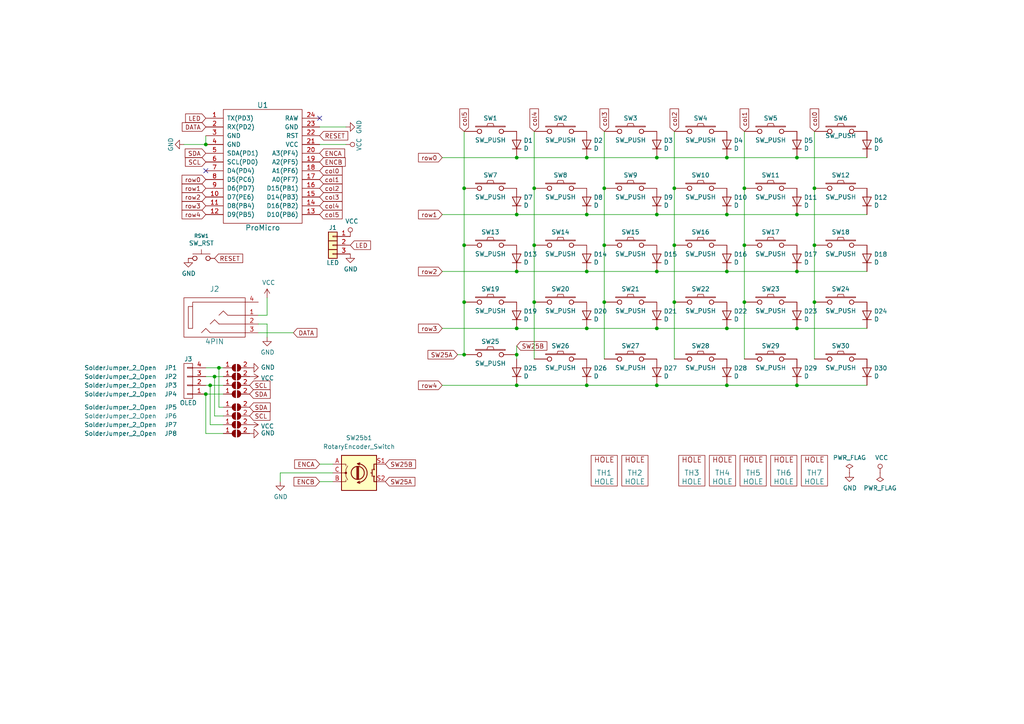
<source format=kicad_sch>
(kicad_sch (version 20211123) (generator eeschema)
  (paper "A4")
  (lib_symbols
    (symbol "Device:RotaryEncoder_Switch" (pin_names (offset 0.254) hide)
      (property "Reference" "SW" (at 0 6.604 0))
      (property "Value" "RotaryEncoder_Switch" (at 0 -6.604 0))
      (symbol "RotaryEncoder_Switch_0_1"
        (rectangle (start -5.08 5.08) (end 5.08 -5.08) (stroke (width 0.254)) (fill (type background)))
        (circle (center -3.81 0) (radius 0.254) (fill (type outline)))
        (arc (start -0.381 -2.794) (mid 2.3622 -0.0508) (end -0.381 2.667) (stroke (width 0.254)))
        (circle (center -0.381 0) (radius 1.905) (stroke (width 0.254)))
        (polyline (pts (xy -0.635 -1.778) (xy -0.635 1.778)) (stroke (width 0.254)))
        (polyline (pts (xy -0.381 -1.778) (xy -0.381 1.778)) (stroke (width 0.254)))
        (polyline (pts (xy -0.127 1.778) (xy -0.127 -1.778)) (stroke (width 0.254)))
        (polyline (pts (xy 3.81 0) (xy 3.429 0)) (stroke (width 0.254)))
        (polyline (pts (xy 3.81 1.016) (xy 3.81 -1.016)) (stroke (width 0.254)))
        (polyline (pts (xy -5.08 -2.54) (xy -3.81 -2.54) (xy -3.81 -2.032)))
        (polyline (pts (xy -5.08 2.54) (xy -3.81 2.54) (xy -3.81 2.032)))
        (polyline (pts (xy 0.254 -3.048) (xy -0.508 -2.794) (xy 0.127 -2.413)) (stroke (width 0.254)))
        (polyline (pts (xy 0.254 2.921) (xy -0.508 2.667) (xy 0.127 2.286)) (stroke (width 0.254)))
        (polyline (pts (xy 5.08 -2.54) (xy 4.318 -2.54) (xy 4.318 -1.016)) (stroke (width 0.254)))
        (polyline (pts (xy 5.08 2.54) (xy 4.318 2.54) (xy 4.318 1.016)) (stroke (width 0.254)))
        (polyline (pts (xy -5.08 0) (xy -3.81 0) (xy -3.81 -1.016) (xy -3.302 -2.032)))
        (polyline (pts (xy -4.318 0) (xy -3.81 0) (xy -3.81 1.016) (xy -3.302 2.032)))
        (circle (center 4.318 -1.016) (radius 0.127) (stroke (width 0.254)))
        (circle (center 4.318 1.016) (radius 0.127) (stroke (width 0.254)))
      )
      (symbol "RotaryEncoder_Switch_1_1"
        (pin passive line (at -7.62 2.54 0) (length 2.54) (name "A") (number "A"))
        (pin passive line (at -7.62 -2.54 0) (length 2.54) (name "B") (number "B"))
        (pin passive line (at -7.62 0 0) (length 2.54) (name "C") (number "C"))
        (pin passive line (at 7.62 2.54 180) (length 2.54) (name "S1") (number "S1"))
        (pin passive line (at 7.62 -2.54 180) (length 2.54) (name "S2") (number "S2"))
      )
    )
    (symbol "Jumper:SolderJumper_2_Open" (pin_names (offset 0) hide)
      (property "Reference" "JP" (at 0 2.032 0))
      (property "Value" "SolderJumper_2_Open" (at 0 -2.54 0))
      (symbol "SolderJumper_2_Open_0_1"
        (arc (start -0.254 1.016) (mid -1.27 0) (end -0.254 -1.016))
        (arc (start -0.254 1.016) (mid -1.27 0) (end -0.254 -1.016) (fill (type outline)))
        (polyline (pts (xy -0.254 1.016) (xy -0.254 -1.016)))
        (polyline (pts (xy 0.254 1.016) (xy 0.254 -1.016)))
        (arc (start 0.254 -1.016) (mid 1.27 0) (end 0.254 1.016))
        (arc (start 0.254 -1.016) (mid 1.27 0) (end 0.254 1.016) (fill (type outline)))
      )
      (symbol "SolderJumper_2_Open_1_1"
        (pin passive line (at -3.81 0 0) (length 2.54) (name "A") (number "1"))
        (pin passive line (at 3.81 0 180) (length 2.54) (name "B") (number "2"))
      )
    )
    (symbol "SofleKeyboard-rescue:D-Lily58-cache-Lily58_Pro-rescue" (pin_numbers hide) (pin_names (offset 1.016) hide)
      (property "Reference" "D" (at 0 2.54 0))
      (property "Value" "D-Lily58-cache-Lily58_Pro-rescue" (at 0 -2.54 0))
      (symbol "D-Lily58-cache-Lily58_Pro-rescue_0_1"
        (polyline (pts (xy -1.27 1.27) (xy -1.27 -1.27)) (stroke (width 0.2032)))
        (polyline (pts (xy 1.27 0) (xy -1.27 0)))
        (polyline (pts (xy 1.27 1.27) (xy 1.27 -1.27) (xy -1.27 0) (xy 1.27 1.27)) (stroke (width 0.2032)))
      )
      (symbol "D-Lily58-cache-Lily58_Pro-rescue_1_1"
        (pin passive line (at -3.81 0 0) (length 2.54) (name "K") (number "1"))
        (pin passive line (at 3.81 0 180) (length 2.54) (name "A") (number "2"))
      )
    )
    (symbol "SofleKeyboard-rescue:GND-Lily58-cache-Lily58_Pro-rescue" (power) (pin_names (offset 0))
      (property "Value" "GND-Lily58-cache-Lily58_Pro-rescue" (at 0 -3.81 0))
      (symbol "GND-Lily58-cache-Lily58_Pro-rescue_1_1"
        (polyline (pts (xy 0 0) (xy 0 -1.27) (xy 1.27 -1.27) (xy 0 -2.54) (xy -1.27 -1.27) (xy 0 -1.27)))
        (pin power_in line (at 0 0 0) (length 0) hide (name "GND") (number "1"))
      )
    )
    (symbol "SofleKeyboard-rescue:HOLE-Lily58-cache-Lily58_Pro-rescue" (pin_names (offset 1.016))
      (property "Reference" "U" (at 0 0 0))
      (property "Value" "HOLE-Lily58-cache-Lily58_Pro-rescue" (at 0 -5.08 0))
      (symbol "HOLE-Lily58-cache-Lily58_Pro-rescue_0_0"
        (text "HOLE" (at 0 3.81 0) (effects (font (size 1.524 1.524))))
      )
      (symbol "HOLE-Lily58-cache-Lily58_Pro-rescue_0_1"
        (rectangle (start 3.81 5.08) (end -3.81 -3.81))
      )
    )
    (symbol "SofleKeyboard-rescue:LED-Lily58-cache-Lily58_Pro-rescue" (pin_names (offset 1.016) hide)
      (property "Reference" "J" (at 0 5.08 0))
      (property "Value" "LED-Lily58-cache-Lily58_Pro-rescue" (at 0 -5.08 0))
      (symbol "LED-Lily58-cache-Lily58_Pro-rescue_1_1"
        (rectangle (start -1.27 3.81) (end 1.27 -3.81) (stroke (width 0.254)) (fill (type background)))
        (rectangle (start 0 -2.413) (end 1.27 -2.667) (stroke (width 0.1524)))
        (polyline (pts (xy -1.27 -1.27) (xy 1.27 -1.27)) (stroke (width 0.254)))
        (polyline (pts (xy -1.27 1.27) (xy 1.27 1.27)) (stroke (width 0.254)))
        (rectangle (start 0 0.127) (end 1.27 -0.127) (stroke (width 0.1524)))
        (rectangle (start 0 2.667) (end 1.27 2.413) (stroke (width 0.1524)))
        (pin passive line (at 5.08 2.54 180) (length 3.81) (name "Pin_1") (number "1"))
        (pin passive line (at 5.08 0 180) (length 3.81) (name "Pin_2") (number "2"))
        (pin passive line (at 5.08 -2.54 180) (length 3.81) (name "Pin_3") (number "3"))
      )
    )
    (symbol "SofleKeyboard-rescue:MJ-4PP-9-Lily58-cache-Lily58_Pro-rescue" (pin_names (offset 1.016))
      (property "Reference" "J" (at -8.89 -7.62 0))
      (property "Value" "MJ-4PP-9-Lily58-cache-Lily58_Pro-rescue" (at -3.81 6.35 0))
      (symbol "MJ-4PP-9-Lily58-cache-Lily58_Pro-rescue_0_1"
        (rectangle (start -7.62 2.54) (end -8.89 -3.81))
        (polyline (pts (xy 2.54 0) (xy 7.62 0)))
        (polyline (pts (xy -2.54 -5.08) (xy 7.62 -5.08) (xy 7.62 -5.08)))
        (polyline (pts (xy 0 -2.54) (xy -1.27 -1.27) (xy -2.54 -2.54)))
        (polyline (pts (xy 0 0) (xy 1.27 1.27) (xy 2.54 0)))
        (polyline (pts (xy 7.62 3.81) (xy -7.62 3.81) (xy -7.62 2.54)))
        (polyline (pts (xy -2.54 -5.08) (xy -3.81 -3.81) (xy -5.08 -5.08) (xy -5.08 -5.08)))
        (polyline (pts (xy 0 -2.54) (xy 7.62 -2.54) (xy 7.62 -2.54) (xy 7.62 -2.54)))
        (rectangle (start 7.62 -6.35) (end -10.16 5.08))
      )
      (symbol "MJ-4PP-9-Lily58-cache-Lily58_Pro-rescue_1_1"
        (pin passive line (at 11.43 0 180) (length 3.81) (name "~") (number "1"))
        (pin passive line (at 11.43 -2.54 180) (length 3.81) (name "~") (number "2"))
        (pin passive line (at 11.43 -5.08 180) (length 3.81) (name "~") (number "3"))
        (pin passive line (at 11.43 3.81 180) (length 3.81) (name "~") (number "4"))
      )
    )
    (symbol "SofleKeyboard-rescue:OLED-Lily58-cache-Lily58_Pro-rescue" (pin_names (offset 1.016) hide)
      (property "Reference" "J" (at 0 6.35 0))
      (property "Value" "OLED-Lily58-cache-Lily58_Pro-rescue" (at 2.54 0 90))
      (symbol "OLED-Lily58-cache-Lily58_Pro-rescue_0_1"
        (rectangle (start -1.27 -3.683) (end 0.254 -3.937))
        (rectangle (start -1.27 -1.143) (end 0.254 -1.397))
        (rectangle (start -1.27 1.397) (end 0.254 1.143))
        (rectangle (start -1.27 3.937) (end 0.254 3.683))
        (rectangle (start -1.27 5.08) (end 1.27 -5.08))
      )
      (symbol "OLED-Lily58-cache-Lily58_Pro-rescue_1_1"
        (pin passive line (at -5.08 3.81 0) (length 3.81) (name "P1") (number "1"))
        (pin passive line (at -5.08 1.27 0) (length 3.81) (name "P2") (number "2"))
        (pin passive line (at -5.08 -1.27 0) (length 3.81) (name "P3") (number "3"))
        (pin passive line (at -5.08 -3.81 0) (length 3.81) (name "P4") (number "4"))
      )
    )
    (symbol "SofleKeyboard-rescue:PWR_FLAG-Lily58-cache-Lily58_Pro-rescue" (power) (pin_numbers hide) (pin_names (offset 0) hide)
      (property "Value" "PWR_FLAG-Lily58-cache-Lily58_Pro-rescue" (at 0 3.81 0))
      (symbol "PWR_FLAG-Lily58-cache-Lily58_Pro-rescue_0_0"
        (pin power_out line (at 0 0 90) (length 0) (name "pwr") (number "1"))
      )
      (symbol "PWR_FLAG-Lily58-cache-Lily58_Pro-rescue_0_1"
        (polyline (pts (xy 0 0) (xy 0 1.27) (xy -1.016 1.905) (xy 0 2.54) (xy 1.016 1.905) (xy 0 1.27)))
      )
    )
    (symbol "SofleKeyboard-rescue:ProMicro_2-Lily58-cache-Lily58_Pro-rescue" (pin_names (offset 1.016))
      (property "Reference" "U" (at 0 17.78 0))
      (property "Value" "ProMicro_2-Lily58-cache-Lily58_Pro-rescue" (at 0 -17.78 0))
      (symbol "ProMicro_2-Lily58-cache-Lily58_Pro-rescue_0_1"
        (rectangle (start -11.43 16.51) (end 11.43 -16.51))
      )
      (symbol "ProMicro_2-Lily58-cache-Lily58_Pro-rescue_1_1"
        (pin input line (at -16.51 13.97 0) (length 5.08) (name "TX(PD3)") (number "1"))
        (pin input line (at -16.51 -8.89 0) (length 5.08) (name "D7(PE6)") (number "10"))
        (pin input line (at -16.51 -11.43 0) (length 5.08) (name "D8(PB4)") (number "11"))
        (pin input line (at -16.51 -13.97 0) (length 5.08) (name "D9(PB5)") (number "12"))
        (pin input line (at 16.51 -13.97 180) (length 5.08) (name "D10(PB6)") (number "13"))
        (pin input line (at 16.51 -11.43 180) (length 5.08) (name "D16(PB2)") (number "14"))
        (pin input line (at 16.51 -8.89 180) (length 5.08) (name "D14(PB3)") (number "15"))
        (pin input line (at 16.51 -6.35 180) (length 5.08) (name "D15(PB1)") (number "16"))
        (pin input line (at 16.51 -3.81 180) (length 5.08) (name "A0(PF7)") (number "17"))
        (pin input line (at 16.51 -1.27 180) (length 5.08) (name "A1(PF6)") (number "18"))
        (pin input line (at 16.51 1.27 180) (length 5.08) (name "A2(PF5)") (number "19"))
        (pin input line (at -16.51 11.43 0) (length 5.08) (name "RX(PD2)") (number "2"))
        (pin input line (at 16.51 3.81 180) (length 5.08) (name "A3(PF4)") (number "20"))
        (pin input line (at 16.51 6.35 180) (length 5.08) (name "VCC") (number "21"))
        (pin input line (at 16.51 8.89 180) (length 5.08) (name "RST") (number "22"))
        (pin input line (at 16.51 11.43 180) (length 5.08) (name "GND") (number "23"))
        (pin input line (at 16.51 13.97 180) (length 5.08) (name "RAW") (number "24"))
        (pin input line (at -16.51 8.89 0) (length 5.08) (name "GND") (number "3"))
        (pin input line (at -16.51 6.35 0) (length 5.08) (name "GND") (number "4"))
        (pin input line (at -16.51 3.81 0) (length 5.08) (name "SDA(PD1)") (number "5"))
        (pin input line (at -16.51 1.27 0) (length 5.08) (name "SCL(PD0)") (number "6"))
        (pin input line (at -16.51 -1.27 0) (length 5.08) (name "D4(PD4)") (number "7"))
        (pin input line (at -16.51 -3.81 0) (length 5.08) (name "D5(PC6)") (number "8"))
        (pin input line (at -16.51 -6.35 0) (length 5.08) (name "D6(PD7)") (number "9"))
      )
    )
    (symbol "SofleKeyboard-rescue:SW_PUSH-Lily58-cache-Lily58_Pro-rescue" (pin_numbers hide) (pin_names (offset 1.016) hide)
      (property "Reference" "SW" (at 3.81 2.794 0))
      (property "Value" "SW_PUSH-Lily58-cache-Lily58_Pro-rescue" (at 0 -2.032 0))
      (symbol "SW_PUSH-Lily58-cache-Lily58_Pro-rescue_0_1"
        (rectangle (start -4.318 1.27) (end 4.318 1.524))
        (polyline (pts (xy -1.016 1.524) (xy -0.762 2.286) (xy 0.762 2.286) (xy 1.016 1.524)))
        (pin passive inverted (at -7.62 0 0) (length 5.08) (name "1") (number "1"))
        (pin passive inverted (at 7.62 0 180) (length 5.08) (name "2") (number "2"))
      )
    )
    (symbol "SofleKeyboard-rescue:SW_RST-Lily58-cache-Lily58_Pro-rescue" (pin_numbers hide) (pin_names (offset 1.016) hide)
      (property "Reference" "RSW" (at 2.54 2.54 0))
      (property "Value" "SW_RST-Lily58-cache-Lily58_Pro-rescue" (at 0 -2.54 0))
      (symbol "SW_RST-Lily58-cache-Lily58_Pro-rescue_0_1"
        (polyline (pts (xy -2.54 1.27) (xy 2.54 1.27)))
        (polyline (pts (xy 0 2.54) (xy 0 1.27)))
        (pin passive inverted (at -3.81 0 0) (length 2.54) (name "1") (number "1"))
        (pin passive inverted (at 3.81 0 180) (length 2.54) (name "2") (number "2"))
      )
    )
    (symbol "SofleKeyboard-rescue:VCC-Lily58-cache-Lily58_Pro-rescue" (power) (pin_names (offset 0))
      (property "Value" "VCC-Lily58-cache-Lily58_Pro-rescue" (at 0 3.81 0))
      (symbol "VCC-Lily58-cache-Lily58_Pro-rescue_0_1"
        (polyline (pts (xy 0 0) (xy 0 1.27)))
        (circle (center 0 1.905) (radius 0.635))
      )
      (symbol "VCC-Lily58-cache-Lily58_Pro-rescue_1_1"
        (pin power_in line (at 0 0 90) (length 0) hide (name "VCC") (number "1"))
      )
    )
    (symbol "power:GND" (power) (pin_names (offset 0))
      (property "Value" "GND" (at 0 -3.81 0))
      (symbol "GND_0_1"
        (polyline (pts (xy 0 0) (xy 0 -1.27) (xy 1.27 -1.27) (xy 0 -2.54) (xy -1.27 -1.27) (xy 0 -1.27)))
      )
      (symbol "GND_1_1"
        (pin power_in line (at 0 0 270) (length 0) hide (name "GND") (number "1"))
      )
    )
    (symbol "power:VCC" (power) (pin_names (offset 0))
      (property "Value" "VCC" (at 0 3.81 0))
      (symbol "VCC_0_1"
        (polyline (pts (xy -0.762 1.27) (xy 0 2.54)))
        (polyline (pts (xy 0 0) (xy 0 2.54)))
        (polyline (pts (xy 0 2.54) (xy 0.762 1.27)))
      )
      (symbol "VCC_1_1"
        (pin power_in line (at 0 0 90) (length 0) hide (name "VCC") (number "1"))
      )
    )
  )
  (junction (at 149.86 78.74))
  (junction (at 231.14 111.76))
  (junction (at 154.94 87.63))
  (junction (at 170.18 45.72))
  (junction (at 154.94 71.12))
  (junction (at 134.62 87.63))
  (junction (at 210.82 111.76))
  (junction (at 62.23 109.22))
  (junction (at 134.62 102.87))
  (junction (at 149.86 111.76))
  (junction (at 59.69 114.3))
  (junction (at 210.82 45.72))
  (junction (at 190.5 111.76))
  (junction (at 236.22 87.63))
  (junction (at 190.5 95.25))
  (junction (at 215.9 87.63))
  (junction (at 210.82 95.25))
  (junction (at 170.18 95.25))
  (junction (at 149.86 62.23))
  (junction (at 170.18 62.23))
  (junction (at 215.9 71.12))
  (junction (at 175.26 71.12))
  (junction (at 215.9 54.61))
  (junction (at 134.62 54.61))
  (junction (at 231.14 45.72))
  (junction (at 175.26 54.61))
  (junction (at 210.82 78.74))
  (junction (at 195.58 87.63))
  (junction (at 59.69 41.91))
  (junction (at 231.14 62.23))
  (junction (at 175.26 87.63))
  (junction (at 63.5 106.68))
  (junction (at 170.18 111.76))
  (junction (at 210.82 62.23))
  (junction (at 170.18 78.74))
  (junction (at 149.86 102.87))
  (junction (at 195.58 71.12))
  (junction (at 190.5 62.23))
  (junction (at 231.14 95.25))
  (junction (at 190.5 45.72))
  (junction (at 149.86 45.72))
  (junction (at 154.94 54.61))
  (junction (at 236.22 71.12))
  (junction (at 149.86 95.25))
  (junction (at 236.22 54.61))
  (junction (at 134.62 71.12))
  (junction (at 231.14 78.74))
  (junction (at 190.5 78.74))
  (junction (at 60.96 111.76))
  (junction (at 195.58 54.61))
  (no_connect (at 59.69 49.53))
  (no_connect (at 92.71 34.29))
  (wire (pts (xy 59.69 109.22) (xy 62.23 109.22)))
  (wire (pts (xy 96.52 137.16) (xy 81.28 137.16)))
  (wire (pts (xy 92.71 139.7) (xy 96.52 139.7)))
  (wire (pts (xy 60.96 123.19) (xy 64.77 123.19)))
  (wire (pts (xy 149.86 102.87) (xy 149.86 104.14)))
  (wire (pts (xy 215.9 54.61) (xy 215.9 71.12)))
  (wire (pts (xy 149.86 111.76) (xy 170.18 111.76)))
  (wire (pts (xy 74.93 96.52) (xy 85.09 96.52)))
  (wire (pts (xy 170.18 111.76) (xy 190.5 111.76)))
  (wire (pts (xy 81.28 137.16) (xy 81.28 139.7)))
  (wire (pts (xy 77.47 86.36) (xy 77.47 91.44)))
  (wire (pts (xy 175.26 38.1) (xy 175.26 54.61)))
  (wire (pts (xy 195.58 54.61) (xy 195.58 71.12)))
  (wire (pts (xy 63.5 106.68) (xy 63.5 118.11)))
  (wire (pts (xy 170.18 45.72) (xy 190.5 45.72)))
  (wire (pts (xy 231.14 111.76) (xy 251.46 111.76)))
  (wire (pts (xy 190.5 111.76) (xy 210.82 111.76)))
  (wire (pts (xy 215.9 87.63) (xy 215.9 104.14)))
  (wire (pts (xy 128.27 111.76) (xy 149.86 111.76)))
  (wire (pts (xy 59.69 39.37) (xy 59.69 41.91)))
  (wire (pts (xy 231.14 45.72) (xy 251.46 45.72)))
  (wire (pts (xy 170.18 45.72) (xy 149.86 45.72)))
  (wire (pts (xy 149.86 78.74) (xy 128.27 78.74)))
  (wire (pts (xy 215.9 38.1) (xy 215.9 54.61)))
  (wire (pts (xy 132.715 102.87) (xy 134.62 102.87)))
  (wire (pts (xy 175.26 71.12) (xy 175.26 87.63)))
  (wire (pts (xy 215.9 87.63) (xy 215.9 71.12)))
  (wire (pts (xy 195.58 87.63) (xy 195.58 104.14)))
  (wire (pts (xy 62.23 109.22) (xy 64.77 109.22)))
  (wire (pts (xy 63.5 106.68) (xy 64.77 106.68)))
  (wire (pts (xy 170.18 95.25) (xy 149.86 95.25)))
  (wire (pts (xy 170.18 78.74) (xy 149.86 78.74)))
  (wire (pts (xy 64.77 114.3) (xy 59.69 114.3)))
  (wire (pts (xy 190.5 62.23) (xy 210.82 62.23)))
  (wire (pts (xy 195.58 71.12) (xy 195.58 87.63)))
  (wire (pts (xy 210.82 62.23) (xy 231.14 62.23)))
  (wire (pts (xy 60.96 111.76) (xy 64.77 111.76)))
  (wire (pts (xy 231.14 95.25) (xy 251.46 95.25)))
  (wire (pts (xy 92.71 36.83) (xy 100.33 36.83)))
  (wire (pts (xy 134.62 87.63) (xy 134.62 102.87)))
  (wire (pts (xy 231.14 78.74) (xy 251.46 78.74)))
  (wire (pts (xy 154.94 54.61) (xy 154.94 71.12)))
  (wire (pts (xy 236.22 87.63) (xy 236.22 104.14)))
  (wire (pts (xy 134.62 71.12) (xy 134.62 87.63)))
  (wire (pts (xy 77.47 91.44) (xy 74.93 91.44)))
  (wire (pts (xy 175.26 87.63) (xy 175.26 104.14)))
  (wire (pts (xy 134.62 38.1) (xy 134.62 54.61)))
  (wire (pts (xy 190.5 78.74) (xy 210.82 78.74)))
  (wire (pts (xy 74.93 93.98) (xy 77.47 93.98)))
  (wire (pts (xy 236.22 71.12) (xy 236.22 87.63)))
  (wire (pts (xy 231.14 62.23) (xy 251.46 62.23)))
  (wire (pts (xy 154.94 71.12) (xy 154.94 87.63)))
  (wire (pts (xy 170.18 78.74) (xy 190.5 78.74)))
  (wire (pts (xy 170.18 62.23) (xy 190.5 62.23)))
  (wire (pts (xy 190.5 95.25) (xy 210.82 95.25)))
  (wire (pts (xy 154.94 38.1) (xy 154.94 54.61)))
  (wire (pts (xy 154.94 87.63) (xy 154.94 104.14)))
  (wire (pts (xy 134.62 54.61) (xy 134.62 71.12)))
  (wire (pts (xy 210.82 95.25) (xy 231.14 95.25)))
  (wire (pts (xy 170.18 62.23) (xy 149.86 62.23)))
  (wire (pts (xy 59.69 125.73) (xy 64.77 125.73)))
  (wire (pts (xy 77.47 93.98) (xy 77.47 97.79)))
  (wire (pts (xy 92.71 134.62) (xy 96.52 134.62)))
  (wire (pts (xy 59.69 114.3) (xy 59.69 125.73)))
  (wire (pts (xy 236.22 54.61) (xy 236.22 38.1)))
  (wire (pts (xy 149.86 95.25) (xy 128.27 95.25)))
  (wire (pts (xy 190.5 45.72) (xy 210.82 45.72)))
  (wire (pts (xy 149.86 100.33) (xy 149.86 102.87)))
  (wire (pts (xy 63.5 118.11) (xy 64.77 118.11)))
  (wire (pts (xy 149.86 45.72) (xy 128.27 45.72)))
  (wire (pts (xy 62.23 120.65) (xy 64.77 120.65)))
  (wire (pts (xy 92.71 41.91) (xy 100.33 41.91)))
  (wire (pts (xy 170.18 95.25) (xy 190.5 95.25)))
  (wire (pts (xy 195.58 38.1) (xy 195.58 54.61)))
  (wire (pts (xy 210.82 111.76) (xy 231.14 111.76)))
  (wire (pts (xy 236.22 71.12) (xy 236.22 54.61)))
  (wire (pts (xy 59.69 111.76) (xy 60.96 111.76)))
  (wire (pts (xy 59.69 41.91) (xy 53.34 41.91)))
  (wire (pts (xy 59.69 106.68) (xy 63.5 106.68)))
  (wire (pts (xy 62.23 109.22) (xy 62.23 120.65)))
  (wire (pts (xy 210.82 78.74) (xy 231.14 78.74)))
  (wire (pts (xy 231.14 45.72) (xy 210.82 45.72)))
  (wire (pts (xy 149.86 62.23) (xy 128.27 62.23)))
  (wire (pts (xy 60.96 111.76) (xy 60.96 123.19)))
  (wire (pts (xy 175.26 54.61) (xy 175.26 71.12)))
  (global_label "row3" (shape input) (at 128.27 95.25 180) (property "Intersheet References" "${INTERSHEET_REFS}" (effects hide)))
  (global_label "SW25A" (shape input) (at 111.76 139.7 0) (property "Intersheet References" "${INTERSHEET_REFS}" (effects hide)))
  (global_label "col4" (shape input) (at 92.71 59.69 0) (property "Intersheet References" "${INTERSHEET_REFS}" (effects hide)))
  (global_label "RESET" (shape input) (at 62.23 74.93 0) (property "Intersheet References" "${INTERSHEET_REFS}" (effects hide)))
  (global_label "LED" (shape input) (at 101.6 71.12 0) (property "Intersheet References" "${INTERSHEET_REFS}" (effects hide)))
  (global_label "col3" (shape input) (at 92.71 57.15 0) (property "Intersheet References" "${INTERSHEET_REFS}" (effects hide)))
  (global_label "DATA" (shape input) (at 59.69 36.83 180) (property "Intersheet References" "${INTERSHEET_REFS}" (effects hide)))
  (global_label "row1" (shape input) (at 59.69 54.61 180) (property "Intersheet References" "${INTERSHEET_REFS}" (effects hide)))
  (global_label "col3" (shape input) (at 175.26 38.1 90) (property "Intersheet References" "${INTERSHEET_REFS}" (effects hide)))
  (global_label "ENCB" (shape input) (at 92.71 46.99 0) (property "Intersheet References" "${INTERSHEET_REFS}" (effects hide)))
  (global_label "row2" (shape input) (at 128.27 78.74 180) (property "Intersheet References" "${INTERSHEET_REFS}" (effects hide)))
  (global_label "row3" (shape input) (at 59.69 59.69 180) (property "Intersheet References" "${INTERSHEET_REFS}" (effects hide)))
  (global_label "DATA" (shape input) (at 85.09 96.52 0) (property "Intersheet References" "${INTERSHEET_REFS}" (effects hide)))
  (global_label "row0" (shape input) (at 59.69 52.07 180) (property "Intersheet References" "${INTERSHEET_REFS}" (effects hide)))
  (global_label "col5" (shape input) (at 92.71 62.23 0) (property "Intersheet References" "${INTERSHEET_REFS}" (effects hide)))
  (global_label "SDA" (shape input) (at 72.39 114.3 0) (property "Intersheet References" "${INTERSHEET_REFS}" (effects hide)))
  (global_label "SW25A" (shape input) (at 132.715 102.87 180) (property "Intersheet References" "${INTERSHEET_REFS}" (effects hide)))
  (global_label "col1" (shape input) (at 92.71 52.07 0) (property "Intersheet References" "${INTERSHEET_REFS}" (effects hide)))
  (global_label "SDA" (shape input) (at 72.39 118.11 0) (property "Intersheet References" "${INTERSHEET_REFS}" (effects hide)))
  (global_label "row1" (shape input) (at 128.27 62.23 180) (property "Intersheet References" "${INTERSHEET_REFS}" (effects hide)))
  (global_label "SDA" (shape input) (at 59.69 44.45 180) (property "Intersheet References" "${INTERSHEET_REFS}" (effects hide)))
  (global_label "RESET" (shape input) (at 92.71 39.37 0) (property "Intersheet References" "${INTERSHEET_REFS}" (effects hide)))
  (global_label "SW25B" (shape input) (at 149.86 100.33 0) (property "Intersheet References" "${INTERSHEET_REFS}" (effects hide)))
  (global_label "ENCB" (shape input) (at 92.71 139.7 180) (property "Intersheet References" "${INTERSHEET_REFS}" (effects hide)))
  (global_label "SCL" (shape input) (at 59.69 46.99 180) (property "Intersheet References" "${INTERSHEET_REFS}" (effects hide)))
  (global_label "LED" (shape input) (at 59.69 34.29 180) (property "Intersheet References" "${INTERSHEET_REFS}" (effects hide)))
  (global_label "ENCA" (shape input) (at 92.71 134.62 180) (property "Intersheet References" "${INTERSHEET_REFS}" (effects hide)))
  (global_label "row2" (shape input) (at 59.69 57.15 180) (property "Intersheet References" "${INTERSHEET_REFS}" (effects hide)))
  (global_label "SCL" (shape input) (at 72.39 111.76 0) (property "Intersheet References" "${INTERSHEET_REFS}" (effects hide)))
  (global_label "row0" (shape input) (at 128.27 45.72 180) (property "Intersheet References" "${INTERSHEET_REFS}" (effects hide)))
  (global_label "col0" (shape input) (at 92.71 49.53 0) (property "Intersheet References" "${INTERSHEET_REFS}" (effects hide)))
  (global_label "col0" (shape input) (at 236.22 38.1 90) (property "Intersheet References" "${INTERSHEET_REFS}" (effects hide)))
  (global_label "col2" (shape input) (at 92.71 54.61 0) (property "Intersheet References" "${INTERSHEET_REFS}" (effects hide)))
  (global_label "SW25B" (shape input) (at 111.76 134.62 0) (property "Intersheet References" "${INTERSHEET_REFS}" (effects hide)))
  (global_label "col4" (shape input) (at 154.94 38.1 90) (property "Intersheet References" "${INTERSHEET_REFS}" (effects hide)))
  (global_label "row4" (shape input) (at 59.69 62.23 180) (property "Intersheet References" "${INTERSHEET_REFS}" (effects hide)))
  (global_label "col2" (shape input) (at 195.58 38.1 90) (property "Intersheet References" "${INTERSHEET_REFS}" (effects hide)))
  (global_label "ENCA" (shape input) (at 92.71 44.45 0) (property "Intersheet References" "${INTERSHEET_REFS}" (effects hide)))
  (global_label "col1" (shape input) (at 215.9 38.1 90) (property "Intersheet References" "${INTERSHEET_REFS}" (effects hide)))
  (global_label "col5" (shape input) (at 134.62 38.1 90) (property "Intersheet References" "${INTERSHEET_REFS}" (effects hide)))
  (global_label "row4" (shape input) (at 128.27 111.76 180) (property "Intersheet References" "${INTERSHEET_REFS}" (effects hide)))
  (global_label "SCL" (shape input) (at 72.39 120.65 0) (property "Intersheet References" "${INTERSHEET_REFS}" (effects hide)))
  (symbol (lib_id "SofleKeyboard-rescue:VCC-Lily58-cache-Lily58_Pro-rescue") (at 255.27 137.16 0) (unit 1)
    (property "Reference" "#PWR0101" (effects hide))
    (property "Value" "VCC" (at 255.7018 132.7658 0))
  )
  (symbol (lib_id "SofleKeyboard-rescue:D-Lily58-cache-Lily58_Pro-rescue") (at 210.82 74.93 90) (unit 1)
    (property "Reference" "D16" (at 212.8266 73.7616 90) (effects (justify right)))
    (property "Value" "D" (at 212.8266 76.073 90) (effects (justify right)))
    (property "Footprint" "SofleKeyboard-footprint:Diode_SOD123" (effects hide))
  )
  (symbol (lib_id "Device:RotaryEncoder_Switch") (at 104.14 137.16 0) (unit 1)
    (property "Reference" "SW25b1" (at 104.14 127 0))
    (property "Value" "RotaryEncoder_Switch" (at 104.14 129.54 0))
    (property "Footprint" "Rotary_Encoder:RotaryEncoder_Alps_EC11E-Switch_Vertical_H20mm" (effects hide))
  )
  (symbol (lib_id "SofleKeyboard-rescue:PWR_FLAG-Lily58-cache-Lily58_Pro-rescue") (at 255.27 137.16 180) (unit 1)
    (property "Reference" "#FLG0101" (effects hide))
    (property "Value" "PWR_FLAG" (at 255.27 141.5542 0))
  )
  (symbol (lib_id "SofleKeyboard-rescue:D-Lily58-cache-Lily58_Pro-rescue") (at 170.18 41.91 90) (unit 1)
    (property "Reference" "D2" (at 172.1866 40.7416 90) (effects (justify right)))
    (property "Value" "D" (at 172.1866 43.053 90) (effects (justify right)))
    (property "Footprint" "SofleKeyboard-footprint:Diode_SOD123" (effects hide))
  )
  (symbol (lib_id "SofleKeyboard-rescue:SW_PUSH-Lily58-cache-Lily58_Pro-rescue") (at 223.52 87.63 0) (unit 1)
    (property "Reference" "SW23" (at 223.52 83.82 0))
    (property "Value" "SW_PUSH" (at 223.52 90.17 0))
    (property "Footprint" "SofleKeyboard-footprint:CherryMX_KailhLowProfile_Hotswap" (effects hide))
  )
  (symbol (lib_id "SofleKeyboard-rescue:D-Lily58-cache-Lily58_Pro-rescue") (at 149.86 58.42 90) (unit 1)
    (property "Reference" "D7" (at 151.8666 57.2516 90) (effects (justify right)))
    (property "Value" "D" (at 151.8666 59.563 90) (effects (justify right)))
    (property "Footprint" "SofleKeyboard-footprint:Diode_SOD123" (effects hide))
  )
  (symbol (lib_id "SofleKeyboard-rescue:GND-Lily58-cache-Lily58_Pro-rescue") (at 101.6 73.66 0) (unit 1)
    (property "Reference" "#PWR0114" (effects hide))
    (property "Value" "GND" (at 101.727 78.0542 0))
  )
  (symbol (lib_id "SofleKeyboard-rescue:D-Lily58-cache-Lily58_Pro-rescue") (at 190.5 107.95 90) (unit 1)
    (property "Reference" "D27" (at 192.5066 106.7816 90) (effects (justify right)))
    (property "Value" "D" (at 192.5066 109.093 90) (effects (justify right)))
    (property "Footprint" "SofleKeyboard-footprint:Diode_SOD123" (effects hide))
  )
  (symbol (lib_id "SofleKeyboard-rescue:VCC-Lily58-cache-Lily58_Pro-rescue") (at 101.6 68.58 0) (unit 1)
    (property "Reference" "#PWR0115" (effects hide))
    (property "Value" "VCC" (at 102.0318 64.1858 0))
  )
  (symbol (lib_id "SofleKeyboard-rescue:SW_PUSH-Lily58-cache-Lily58_Pro-rescue") (at 203.2 54.61 0) (unit 1)
    (property "Reference" "SW10" (at 203.2 50.8 0))
    (property "Value" "SW_PUSH" (at 203.2 57.15 0))
    (property "Footprint" "SofleKeyboard-footprint:CherryMX_KailhLowProfile_Hotswap" (effects hide))
  )
  (symbol (lib_id "SofleKeyboard-rescue:SW_PUSH-Lily58-cache-Lily58_Pro-rescue") (at 243.84 71.12 0) (unit 1)
    (property "Reference" "SW18" (at 243.84 67.31 0))
    (property "Value" "SW_PUSH" (at 243.84 73.66 0))
    (property "Footprint" "SofleKeyboard-footprint:CherryMX_KailhLowProfile_Hotswap" (effects hide))
  )
  (symbol (lib_id "SofleKeyboard-rescue:SW_PUSH-Lily58-cache-Lily58_Pro-rescue") (at 162.56 38.1 0) (unit 1)
    (property "Reference" "SW2" (at 162.56 34.29 0))
    (property "Value" "SW_PUSH" (at 162.56 40.64 0))
    (property "Footprint" "SofleKeyboard-footprint:CherryMX_KailhLowProfile_Hotswap" (effects hide))
  )
  (symbol (lib_id "SofleKeyboard-rescue:SW_PUSH-Lily58-cache-Lily58_Pro-rescue") (at 223.52 54.61 0) (unit 1)
    (property "Reference" "SW11" (at 223.52 50.8 0))
    (property "Value" "SW_PUSH" (at 223.52 57.15 0))
    (property "Footprint" "SofleKeyboard-footprint:CherryMX_KailhLowProfile_Hotswap" (effects hide))
  )
  (symbol (lib_id "SofleKeyboard-rescue:SW_PUSH-Lily58-cache-Lily58_Pro-rescue") (at 162.56 87.63 0) (unit 1)
    (property "Reference" "SW20" (at 162.56 83.82 0))
    (property "Value" "SW_PUSH" (at 162.56 90.17 0))
    (property "Footprint" "SofleKeyboard-footprint:CherryMX_KailhLowProfile_Hotswap" (effects hide))
  )
  (symbol (lib_id "SofleKeyboard-rescue:VCC-Lily58-cache-Lily58_Pro-rescue") (at 100.33 41.91 270) (unit 1)
    (property "Reference" "#PWR0112" (effects hide))
    (property "Value" "VCC" (at 104.14 41.91 0))
  )
  (symbol (lib_id "SofleKeyboard-rescue:D-Lily58-cache-Lily58_Pro-rescue") (at 231.14 41.91 90) (unit 1)
    (property "Reference" "D5" (at 233.1466 40.7416 90) (effects (justify right)))
    (property "Value" "D" (at 233.1466 43.053 90) (effects (justify right)))
    (property "Footprint" "SofleKeyboard-footprint:Diode_SOD123" (effects hide))
  )
  (symbol (lib_id "Jumper:SolderJumper_2_Open") (at 68.58 120.65 0) (unit 1)
    (property "Reference" "JP6" (at 49.53 120.65 0))
    (property "Value" "SolderJumper_2_Open" (at 34.925 120.65 0))
    (property "Footprint" "Jumper:SolderJumper-2_P1.3mm_Open_Pad1.0x1.5mm" (effects hide))
  )
  (symbol (lib_id "power:VCC") (at 72.39 123.19 270) (unit 1)
    (property "Reference" "#PWR0107" (effects hide))
    (property "Value" "VCC" (at 75.6412 123.6218 90) (effects (justify left)))
  )
  (symbol (lib_id "SofleKeyboard-rescue:GND-Lily58-cache-Lily58_Pro-rescue") (at 54.61 74.93 0) (unit 1)
    (property "Reference" "#PWR0103" (effects hide))
    (property "Value" "GND" (at 54.737 79.3242 0))
  )
  (symbol (lib_id "SofleKeyboard-rescue:MJ-4PP-9-Lily58-cache-Lily58_Pro-rescue") (at 63.5 91.44 0) (unit 1)
    (property "Reference" "J2" (at 62.23 83.82 0) (effects (font (size 1.524 1.524))))
    (property "Value" "4PIN" (at 62.23 99.06 0) (effects (font (size 1.524 1.524))))
    (property "Footprint" "SofleKeyboard-footprint:MJ-4PP-9" (effects hide))
  )
  (symbol (lib_id "SofleKeyboard-rescue:SW_RST-Lily58-cache-Lily58_Pro-rescue") (at 58.42 74.93 0) (unit 1)
    (property "Reference" "RSW1" (at 58.42 68.4276 0) (effects (font (size 1.016 1.016))))
    (property "Value" "SW_RST" (at 58.42 70.5358 0))
    (property "Footprint" "SofleKeyboard-footprint:TACT_SWITCH_TVBP06" (effects hide))
  )
  (symbol (lib_id "SofleKeyboard-rescue:D-Lily58-cache-Lily58_Pro-rescue") (at 251.46 41.91 90) (unit 1)
    (property "Reference" "D6" (at 253.4666 40.7416 90) (effects (justify right)))
    (property "Value" "D" (at 253.4666 43.053 90) (effects (justify right)))
    (property "Footprint" "SofleKeyboard-footprint:Diode_SOD123" (effects hide))
  )
  (symbol (lib_id "SofleKeyboard-rescue:SW_PUSH-Lily58-cache-Lily58_Pro-rescue") (at 223.52 71.12 0) (unit 1)
    (property "Reference" "SW17" (at 223.52 67.31 0))
    (property "Value" "SW_PUSH" (at 223.52 73.66 0))
    (property "Footprint" "SofleKeyboard-footprint:CherryMX_KailhLowProfile_Hotswap" (effects hide))
  )
  (symbol (lib_id "SofleKeyboard-rescue:D-Lily58-cache-Lily58_Pro-rescue") (at 190.5 74.93 90) (unit 1)
    (property "Reference" "D15" (at 192.5066 73.7616 90) (effects (justify right)))
    (property "Value" "D" (at 192.5066 76.073 90) (effects (justify right)))
    (property "Footprint" "SofleKeyboard-footprint:Diode_SOD123" (effects hide))
  )
  (symbol (lib_id "SofleKeyboard-rescue:SW_PUSH-Lily58-cache-Lily58_Pro-rescue") (at 142.24 102.87 0) (unit 1)
    (property "Reference" "SW25" (at 142.24 99.06 0))
    (property "Value" "SW_PUSH" (at 142.24 105.41 0))
    (property "Footprint" "SofleKeyboard-footprint:CherryMX_KailhLowProfile_Hotswap_1.5" (effects hide))
  )
  (symbol (lib_id "SofleKeyboard-rescue:SW_PUSH-Lily58-cache-Lily58_Pro-rescue") (at 162.56 104.14 0) (unit 1)
    (property "Reference" "SW26" (at 162.56 100.33 0))
    (property "Value" "SW_PUSH" (at 162.56 106.68 0))
    (property "Footprint" "SofleKeyboard-footprint:CherryMX_KailhLowProfile_Hotswap_1.5" (effects hide))
  )
  (symbol (lib_id "SofleKeyboard-rescue:D-Lily58-cache-Lily58_Pro-rescue") (at 170.18 74.93 90) (unit 1)
    (property "Reference" "D14" (at 172.1866 73.7616 90) (effects (justify right)))
    (property "Value" "D" (at 172.1866 76.073 90) (effects (justify right)))
    (property "Footprint" "SofleKeyboard-footprint:Diode_SOD123" (effects hide))
  )
  (symbol (lib_id "SofleKeyboard-rescue:D-Lily58-cache-Lily58_Pro-rescue") (at 231.14 91.44 90) (unit 1)
    (property "Reference" "D23" (at 233.1466 90.2716 90) (effects (justify right)))
    (property "Value" "D" (at 233.1466 92.583 90) (effects (justify right)))
    (property "Footprint" "SofleKeyboard-footprint:Diode_SOD123" (effects hide))
  )
  (symbol (lib_id "power:GND") (at 81.28 139.7 0) (unit 1)
    (property "Reference" "#PWR0109" (effects hide))
    (property "Value" "GND" (at 81.407 144.0942 0))
  )
  (symbol (lib_id "SofleKeyboard-rescue:SW_PUSH-Lily58-cache-Lily58_Pro-rescue") (at 243.84 38.1 0) (unit 1)
    (property "Reference" "SW6" (at 243.84 34.29 0))
    (property "Value" "SW_PUSH" (at 243.84 39.37 0))
    (property "Footprint" "SofleKeyboard-footprint:CherryMX_KailhLowProfile_Hotswap" (effects hide))
  )
  (symbol (lib_id "SofleKeyboard-rescue:D-Lily58-cache-Lily58_Pro-rescue") (at 170.18 107.95 90) (unit 1)
    (property "Reference" "D26" (at 172.1866 106.7816 90) (effects (justify right)))
    (property "Value" "D" (at 172.1866 109.093 90) (effects (justify right)))
    (property "Footprint" "SofleKeyboard-footprint:Diode_SOD123" (effects hide))
  )
  (symbol (lib_id "Jumper:SolderJumper_2_Open") (at 68.58 109.22 0) (unit 1)
    (property "Reference" "JP2" (at 49.53 109.22 0))
    (property "Value" "SolderJumper_2_Open" (at 34.925 109.22 0))
    (property "Footprint" "Jumper:SolderJumper-2_P1.3mm_Open_Pad1.0x1.5mm" (effects hide))
  )
  (symbol (lib_id "SofleKeyboard-rescue:PWR_FLAG-Lily58-cache-Lily58_Pro-rescue") (at 246.38 137.16 0) (unit 1)
    (property "Reference" "#FLG0102" (effects hide))
    (property "Value" "PWR_FLAG" (at 246.38 132.7404 0))
  )
  (symbol (lib_id "SofleKeyboard-rescue:GND-Lily58-cache-Lily58_Pro-rescue") (at 53.34 41.91 270) (unit 1)
    (property "Reference" "#PWR0111" (effects hide))
    (property "Value" "GND" (at 49.53 41.91 0))
  )
  (symbol (lib_id "SofleKeyboard-rescue:SW_PUSH-Lily58-cache-Lily58_Pro-rescue") (at 182.88 87.63 0) (unit 1)
    (property "Reference" "SW21" (at 182.88 83.82 0))
    (property "Value" "SW_PUSH" (at 182.88 90.17 0))
    (property "Footprint" "SofleKeyboard-footprint:CherryMX_KailhLowProfile_Hotswap" (effects hide))
  )
  (symbol (lib_id "SofleKeyboard-rescue:D-Lily58-cache-Lily58_Pro-rescue") (at 231.14 74.93 90) (unit 1)
    (property "Reference" "D17" (at 233.1466 73.7616 90) (effects (justify right)))
    (property "Value" "D" (at 233.1466 76.073 90) (effects (justify right)))
    (property "Footprint" "SofleKeyboard-footprint:Diode_SOD123" (effects hide))
  )
  (symbol (lib_id "Jumper:SolderJumper_2_Open") (at 68.58 118.11 0) (unit 1)
    (property "Reference" "JP5" (at 49.53 118.11 0))
    (property "Value" "SolderJumper_2_Open" (at 34.925 118.11 0))
    (property "Footprint" "Jumper:SolderJumper-2_P1.3mm_Open_Pad1.0x1.5mm" (effects hide))
  )
  (symbol (lib_id "SofleKeyboard-rescue:D-Lily58-cache-Lily58_Pro-rescue") (at 149.86 91.44 90) (unit 1)
    (property "Reference" "D19" (at 151.8666 90.2716 90) (effects (justify right)))
    (property "Value" "D" (at 151.8666 92.583 90) (effects (justify right)))
    (property "Footprint" "SofleKeyboard-footprint:Diode_SOD123" (effects hide))
  )
  (symbol (lib_id "SofleKeyboard-rescue:SW_PUSH-Lily58-cache-Lily58_Pro-rescue") (at 162.56 71.12 0) (unit 1)
    (property "Reference" "SW14" (at 162.56 67.31 0))
    (property "Value" "SW_PUSH" (at 162.56 73.66 0))
    (property "Footprint" "SofleKeyboard-footprint:CherryMX_KailhLowProfile_Hotswap" (effects hide))
  )
  (symbol (lib_id "SofleKeyboard-rescue:HOLE-Lily58-cache-Lily58_Pro-rescue") (at 218.44 137.16 0) (unit 1)
    (property "Reference" "TH5" (at 218.44 137.16 0) (effects (font (size 1.524 1.524))))
    (property "Value" "HOLE" (at 218.44 139.7 0) (effects (font (size 1.524 1.524))))
    (property "Footprint" "SofleKeyboard-footprint:HOLE_M2_TH" (effects hide))
  )
  (symbol (lib_id "power:GND") (at 77.47 97.79 0) (unit 1)
    (property "Reference" "#PWR0106" (effects hide))
    (property "Value" "GND" (at 77.597 102.1842 0))
  )
  (symbol (lib_id "SofleKeyboard-rescue:SW_PUSH-Lily58-cache-Lily58_Pro-rescue") (at 203.2 104.14 0) (unit 1)
    (property "Reference" "SW28" (at 203.2 100.33 0))
    (property "Value" "SW_PUSH" (at 203.2 106.68 0))
    (property "Footprint" "SofleKeyboard-footprint:CherryMX_KailhLowProfile_Hotswap" (effects hide))
  )
  (symbol (lib_id "SofleKeyboard-rescue:HOLE-Lily58-cache-Lily58_Pro-rescue") (at 209.55 137.16 0) (unit 1)
    (property "Reference" "TH4" (at 209.55 137.16 0) (effects (font (size 1.524 1.524))))
    (property "Value" "HOLE" (at 209.55 139.7 0) (effects (font (size 1.524 1.524))))
    (property "Footprint" "SofleKeyboard-footprint:HOLE_M2_TH" (effects hide))
  )
  (symbol (lib_id "SofleKeyboard-rescue:D-Lily58-cache-Lily58_Pro-rescue") (at 251.46 107.95 90) (unit 1)
    (property "Reference" "D30" (at 253.4666 106.7816 90) (effects (justify right)))
    (property "Value" "D" (at 253.4666 109.093 90) (effects (justify right)))
    (property "Footprint" "SofleKeyboard-footprint:Diode_SOD123" (effects hide))
  )
  (symbol (lib_id "SofleKeyboard-rescue:D-Lily58-cache-Lily58_Pro-rescue") (at 190.5 41.91 90) (unit 1)
    (property "Reference" "D3" (at 192.5066 40.7416 90) (effects (justify right)))
    (property "Value" "D" (at 192.5066 43.053 90) (effects (justify right)))
    (property "Footprint" "SofleKeyboard-footprint:Diode_SOD123" (effects hide))
  )
  (symbol (lib_id "SofleKeyboard-rescue:D-Lily58-cache-Lily58_Pro-rescue") (at 231.14 107.95 90) (unit 1)
    (property "Reference" "D29" (at 233.1466 106.7816 90) (effects (justify right)))
    (property "Value" "D" (at 233.1466 109.093 90) (effects (justify right)))
    (property "Footprint" "SofleKeyboard-footprint:Diode_SOD123" (effects hide))
  )
  (symbol (lib_id "Jumper:SolderJumper_2_Open") (at 68.58 111.76 0) (unit 1)
    (property "Reference" "JP3" (at 49.53 111.76 0))
    (property "Value" "SolderJumper_2_Open" (at 34.925 111.76 0))
    (property "Footprint" " " (effects hide))
  )
  (symbol (lib_id "SofleKeyboard-rescue:D-Lily58-cache-Lily58_Pro-rescue") (at 251.46 58.42 90) (unit 1)
    (property "Reference" "D12" (at 253.4666 57.2516 90) (effects (justify right)))
    (property "Value" "D" (at 253.4666 59.563 90) (effects (justify right)))
    (property "Footprint" "SofleKeyboard-footprint:Diode_SOD123" (effects hide))
  )
  (symbol (lib_id "SofleKeyboard-rescue:LED-Lily58-cache-Lily58_Pro-rescue") (at 96.52 71.12 0) (unit 1)
    (property "Reference" "J1" (at 96.52 66.04 0))
    (property "Value" "LED" (at 96.52 76.2 0))
    (property "Footprint" "SofleKeyboard-footprint:LED" (effects hide))
  )
  (symbol (lib_id "SofleKeyboard-rescue:HOLE-Lily58-cache-Lily58_Pro-rescue") (at 227.33 137.16 0) (unit 1)
    (property "Reference" "TH6" (at 227.33 137.16 0) (effects (font (size 1.524 1.524))))
    (property "Value" "HOLE" (at 227.33 139.7 0) (effects (font (size 1.524 1.524))))
    (property "Footprint" "SofleKeyboard-footprint:HOLE_M2_TH" (effects hide))
  )
  (symbol (lib_id "SofleKeyboard-rescue:SW_PUSH-Lily58-cache-Lily58_Pro-rescue") (at 142.24 38.1 0) (unit 1)
    (property "Reference" "SW1" (at 142.24 34.29 0))
    (property "Value" "SW_PUSH" (at 142.24 40.64 0))
    (property "Footprint" "SofleKeyboard-footprint:CherryMX_KailhLowProfile_Hotswap" (effects hide))
  )
  (symbol (lib_id "SofleKeyboard-rescue:ProMicro_2-Lily58-cache-Lily58_Pro-rescue") (at 76.2 48.26 0) (unit 1)
    (property "Reference" "U1" (at 76.2 30.48 0) (effects (font (size 1.524 1.524))))
    (property "Value" "ProMicro" (at 76.2 66.04 0) (effects (font (size 1.524 1.524))))
    (property "Footprint" "SofleKeyboard-footprint:ProMicro" (effects hide))
  )
  (symbol (lib_id "Jumper:SolderJumper_2_Open") (at 68.58 125.73 0) (unit 1)
    (property "Reference" "JP8" (at 49.53 125.73 0))
    (property "Value" "SolderJumper_2_Open" (at 34.925 125.73 0))
    (property "Footprint" "Jumper:SolderJumper-2_P1.3mm_Open_Pad1.0x1.5mm" (effects hide))
  )
  (symbol (lib_id "SofleKeyboard-rescue:D-Lily58-cache-Lily58_Pro-rescue") (at 231.14 58.42 90) (unit 1)
    (property "Reference" "D11" (at 233.1466 57.2516 90) (effects (justify right)))
    (property "Value" "D" (at 233.1466 59.563 90) (effects (justify right)))
    (property "Footprint" "SofleKeyboard-footprint:Diode_SOD123" (effects hide))
  )
  (symbol (lib_id "SofleKeyboard-rescue:D-Lily58-cache-Lily58_Pro-rescue") (at 210.82 41.91 90) (unit 1)
    (property "Reference" "D4" (at 212.8266 40.7416 90) (effects (justify right)))
    (property "Value" "D" (at 212.8266 43.053 90) (effects (justify right)))
    (property "Footprint" "SofleKeyboard-footprint:Diode_SOD123" (effects hide))
  )
  (symbol (lib_id "power:VCC") (at 72.39 109.22 270) (unit 1)
    (property "Reference" "#PWR0108" (effects hide))
    (property "Value" "VCC" (at 75.6412 109.6518 90) (effects (justify left)))
  )
  (symbol (lib_id "SofleKeyboard-rescue:D-Lily58-cache-Lily58_Pro-rescue") (at 149.86 74.93 90) (unit 1)
    (property "Reference" "D13" (at 151.8666 73.7616 90) (effects (justify right)))
    (property "Value" "D" (at 151.8666 76.073 90) (effects (justify right)))
    (property "Footprint" "SofleKeyboard-footprint:Diode_SOD123" (effects hide))
  )
  (symbol (lib_id "power:VCC") (at 77.47 86.36 0) (unit 1)
    (property "Reference" "#PWR0104" (effects hide))
    (property "Value" "VCC" (at 77.9018 81.9658 0))
  )
  (symbol (lib_id "SofleKeyboard-rescue:D-Lily58-cache-Lily58_Pro-rescue") (at 149.86 107.95 90) (unit 1)
    (property "Reference" "D25" (at 151.8666 106.7816 90) (effects (justify right)))
    (property "Value" "D" (at 151.8666 109.093 90) (effects (justify right)))
    (property "Footprint" "SofleKeyboard-footprint:Diode_SOD123" (effects hide))
  )
  (symbol (lib_id "SofleKeyboard-rescue:SW_PUSH-Lily58-cache-Lily58_Pro-rescue") (at 203.2 38.1 0) (unit 1)
    (property "Reference" "SW4" (at 203.2 34.29 0))
    (property "Value" "SW_PUSH" (at 203.2 40.64 0))
    (property "Footprint" "SofleKeyboard-footprint:CherryMX_KailhLowProfile_Hotswap" (effects hide))
  )
  (symbol (lib_id "SofleKeyboard-rescue:SW_PUSH-Lily58-cache-Lily58_Pro-rescue") (at 182.88 104.14 0) (unit 1)
    (property "Reference" "SW27" (at 182.88 100.33 0))
    (property "Value" "SW_PUSH" (at 182.88 106.68 0))
    (property "Footprint" "SofleKeyboard-footprint:CherryMX_KailhLowProfile_Hotswap" (effects hide))
  )
  (symbol (lib_id "SofleKeyboard-rescue:D-Lily58-cache-Lily58_Pro-rescue") (at 210.82 107.95 90) (unit 1)
    (property "Reference" "D28" (at 212.8266 106.7816 90) (effects (justify right)))
    (property "Value" "D" (at 212.8266 109.093 90) (effects (justify right)))
    (property "Footprint" "SofleKeyboard-footprint:Diode_SOD123" (effects hide))
  )
  (symbol (lib_id "SofleKeyboard-rescue:D-Lily58-cache-Lily58_Pro-rescue") (at 210.82 58.42 90) (unit 1)
    (property "Reference" "D10" (at 212.8266 57.2516 90) (effects (justify right)))
    (property "Value" "D" (at 212.8266 59.563 90) (effects (justify right)))
    (property "Footprint" "SofleKeyboard-footprint:Diode_SOD123" (effects hide))
  )
  (symbol (lib_id "SofleKeyboard-rescue:D-Lily58-cache-Lily58_Pro-rescue") (at 170.18 58.42 90) (unit 1)
    (property "Reference" "D8" (at 172.1866 57.2516 90) (effects (justify right)))
    (property "Value" "D" (at 172.1866 59.563 90) (effects (justify right)))
    (property "Footprint" "SofleKeyboard-footprint:Diode_SOD123" (effects hide))
  )
  (symbol (lib_id "SofleKeyboard-rescue:SW_PUSH-Lily58-cache-Lily58_Pro-rescue") (at 182.88 38.1 0) (unit 1)
    (property "Reference" "SW3" (at 182.88 34.29 0))
    (property "Value" "SW_PUSH" (at 182.88 40.64 0))
    (property "Footprint" "SofleKeyboard-footprint:CherryMX_KailhLowProfile_Hotswap" (effects hide))
  )
  (symbol (lib_id "Jumper:SolderJumper_2_Open") (at 68.58 106.68 0) (unit 1)
    (property "Reference" "JP1" (at 49.53 106.68 0))
    (property "Value" "SolderJumper_2_Open" (at 34.925 106.68 0))
    (property "Footprint" "Jumper:SolderJumper-2_P1.3mm_Open_Pad1.0x1.5mm" (effects hide))
  )
  (symbol (lib_id "SofleKeyboard-rescue:GND-Lily58-cache-Lily58_Pro-rescue") (at 246.38 137.16 0) (unit 1)
    (property "Reference" "#PWR0102" (effects hide))
    (property "Value" "GND" (at 246.507 141.5542 0))
  )
  (symbol (lib_id "SofleKeyboard-rescue:SW_PUSH-Lily58-cache-Lily58_Pro-rescue") (at 223.52 38.1 0) (unit 1)
    (property "Reference" "SW5" (at 223.52 34.29 0))
    (property "Value" "SW_PUSH" (at 223.52 40.64 0))
    (property "Footprint" "SofleKeyboard-footprint:CherryMX_KailhLowProfile_Hotswap" (effects hide))
  )
  (symbol (lib_id "SofleKeyboard-rescue:SW_PUSH-Lily58-cache-Lily58_Pro-rescue") (at 243.84 104.14 0) (unit 1)
    (property "Reference" "SW30" (at 243.84 100.33 0))
    (property "Value" "SW_PUSH" (at 243.84 106.68 0))
    (property "Footprint" "SofleKeyboard-footprint:CherryMX_KailhLowProfile_Hotswap" (effects hide))
  )
  (symbol (lib_id "SofleKeyboard-rescue:D-Lily58-cache-Lily58_Pro-rescue") (at 251.46 74.93 90) (unit 1)
    (property "Reference" "D18" (at 253.4666 73.7616 90) (effects (justify right)))
    (property "Value" "D" (at 253.4666 76.073 90) (effects (justify right)))
    (property "Footprint" "SofleKeyboard-footprint:Diode_SOD123" (effects hide))
  )
  (symbol (lib_id "Jumper:SolderJumper_2_Open") (at 68.58 123.19 0) (unit 1)
    (property "Reference" "JP7" (at 49.53 123.19 0))
    (property "Value" "SolderJumper_2_Open" (at 34.925 123.19 0))
    (property "Footprint" "Jumper:SolderJumper-2_P1.3mm_Open_Pad1.0x1.5mm" (effects hide))
  )
  (symbol (lib_id "SofleKeyboard-rescue:D-Lily58-cache-Lily58_Pro-rescue") (at 149.86 41.91 90) (unit 1)
    (property "Reference" "D1" (at 151.8666 40.7416 90) (effects (justify right)))
    (property "Value" "D" (at 151.8666 43.053 90) (effects (justify right)))
    (property "Footprint" "SofleKeyboard-footprint:Diode_SOD123" (effects hide))
  )
  (symbol (lib_id "power:GND") (at 72.39 125.73 90) (unit 1)
    (property "Reference" "#PWR0110" (effects hide))
    (property "Value" "GND" (at 75.6412 125.603 90) (effects (justify right)))
  )
  (symbol (lib_id "SofleKeyboard-rescue:HOLE-Lily58-cache-Lily58_Pro-rescue") (at 236.22 137.16 0) (unit 1)
    (property "Reference" "TH7" (at 236.22 137.16 0) (effects (font (size 1.524 1.524))))
    (property "Value" "HOLE" (at 236.22 139.7 0) (effects (font (size 1.524 1.524))))
    (property "Footprint" "SofleKeyboard-footprint:HOLE_M2_TH" (effects hide))
  )
  (symbol (lib_id "SofleKeyboard-rescue:D-Lily58-cache-Lily58_Pro-rescue") (at 170.18 91.44 90) (unit 1)
    (property "Reference" "D20" (at 172.1866 90.2716 90) (effects (justify right)))
    (property "Value" "D" (at 172.1866 92.583 90) (effects (justify right)))
    (property "Footprint" "SofleKeyboard-footprint:Diode_SOD123" (effects hide))
  )
  (symbol (lib_id "SofleKeyboard-rescue:HOLE-Lily58-cache-Lily58_Pro-rescue") (at 184.15 137.16 0) (unit 1)
    (property "Reference" "TH2" (at 184.15 137.16 0) (effects (font (size 1.524 1.524))))
    (property "Value" "HOLE" (at 184.15 139.7 0) (effects (font (size 1.524 1.524))))
    (property "Footprint" "SofleKeyboard-footprint:M2_HOLE_PCB" (effects hide))
  )
  (symbol (lib_id "SofleKeyboard-rescue:SW_PUSH-Lily58-cache-Lily58_Pro-rescue") (at 223.52 104.14 0) (unit 1)
    (property "Reference" "SW29" (at 223.52 100.33 0))
    (property "Value" "SW_PUSH" (at 223.52 106.68 0))
    (property "Footprint" "SofleKeyboard-footprint:CherryMX_KailhLowProfile_Hotswap" (effects hide))
  )
  (symbol (lib_id "SofleKeyboard-rescue:D-Lily58-cache-Lily58_Pro-rescue") (at 190.5 91.44 90) (unit 1)
    (property "Reference" "D21" (at 192.5066 90.2716 90) (effects (justify right)))
    (property "Value" "D" (at 192.5066 92.583 90) (effects (justify right)))
    (property "Footprint" "SofleKeyboard-footprint:Diode_SOD123" (effects hide))
  )
  (symbol (lib_id "SofleKeyboard-rescue:SW_PUSH-Lily58-cache-Lily58_Pro-rescue") (at 142.24 71.12 0) (unit 1)
    (property "Reference" "SW13" (at 142.24 67.31 0))
    (property "Value" "SW_PUSH" (at 142.24 73.66 0))
    (property "Footprint" "SofleKeyboard-footprint:CherryMX_KailhLowProfile_Hotswap" (effects hide))
  )
  (symbol (lib_id "SofleKeyboard-rescue:SW_PUSH-Lily58-cache-Lily58_Pro-rescue") (at 243.84 87.63 0) (unit 1)
    (property "Reference" "SW24" (at 243.84 83.82 0))
    (property "Value" "SW_PUSH" (at 243.84 90.17 0))
    (property "Footprint" "SofleKeyboard-footprint:CherryMX_KailhLowProfile_Hotswap" (effects hide))
  )
  (symbol (lib_id "SofleKeyboard-rescue:HOLE-Lily58-cache-Lily58_Pro-rescue") (at 200.66 137.16 0) (unit 1)
    (property "Reference" "TH3" (at 200.66 137.16 0) (effects (font (size 1.524 1.524))))
    (property "Value" "HOLE" (at 200.66 139.7 0) (effects (font (size 1.524 1.524))))
    (property "Footprint" "SofleKeyboard-footprint:HOLE_M2_TH" (effects hide))
  )
  (symbol (lib_id "SofleKeyboard-rescue:SW_PUSH-Lily58-cache-Lily58_Pro-rescue") (at 142.24 87.63 0) (unit 1)
    (property "Reference" "SW19" (at 142.24 83.82 0))
    (property "Value" "SW_PUSH" (at 142.24 90.17 0))
    (property "Footprint" "SofleKeyboard-footprint:CherryMX_KailhLowProfile_Hotswap" (effects hide))
  )
  (symbol (lib_id "SofleKeyboard-rescue:SW_PUSH-Lily58-cache-Lily58_Pro-rescue") (at 162.56 54.61 0) (unit 1)
    (property "Reference" "SW8" (at 162.56 50.8 0))
    (property "Value" "SW_PUSH" (at 162.56 57.15 0))
    (property "Footprint" "SofleKeyboard-footprint:CherryMX_KailhLowProfile_Hotswap" (effects hide))
  )
  (symbol (lib_id "SofleKeyboard-rescue:GND-Lily58-cache-Lily58_Pro-rescue") (at 100.33 36.83 90) (unit 1)
    (property "Reference" "#PWR0113" (effects hide))
    (property "Value" "GND" (at 104.14 36.83 0))
  )
  (symbol (lib_id "SofleKeyboard-rescue:SW_PUSH-Lily58-cache-Lily58_Pro-rescue") (at 203.2 87.63 0) (unit 1)
    (property "Reference" "SW22" (at 203.2 83.82 0))
    (property "Value" "SW_PUSH" (at 203.2 90.17 0))
    (property "Footprint" "SofleKeyboard-footprint:CherryMX_KailhLowProfile_Hotswap" (effects hide))
  )
  (symbol (lib_id "SofleKeyboard-rescue:OLED-Lily58-cache-Lily58_Pro-rescue") (at 54.61 110.49 180) (unit 1)
    (property "Reference" "J3" (at 54.61 104.14 0))
    (property "Value" "OLED" (at 54.61 116.84 0))
    (property "Footprint" "SofleKeyboard-footprint:OLED_4Pin" (effects hide))
  )
  (symbol (lib_id "Jumper:SolderJumper_2_Open") (at 68.58 114.3 0) (unit 1)
    (property "Reference" "JP4" (at 49.53 114.3 0))
    (property "Value" "SolderJumper_2_Open" (at 34.925 114.3 0))
    (property "Footprint" "Jumper:SolderJumper-2_P1.3mm_Open_Pad1.0x1.5mm" (effects hide))
  )
  (symbol (lib_id "SofleKeyboard-rescue:SW_PUSH-Lily58-cache-Lily58_Pro-rescue") (at 243.84 54.61 0) (unit 1)
    (property "Reference" "SW12" (at 243.84 50.8 0))
    (property "Value" "SW_PUSH" (at 243.84 57.15 0))
    (property "Footprint" "SofleKeyboard-footprint:CherryMX_KailhLowProfile_Hotswap" (effects hide))
  )
  (symbol (lib_id "SofleKeyboard-rescue:SW_PUSH-Lily58-cache-Lily58_Pro-rescue") (at 182.88 71.12 0) (unit 1)
    (property "Reference" "SW15" (at 182.88 67.31 0))
    (property "Value" "SW_PUSH" (at 182.88 73.66 0))
    (property "Footprint" "SofleKeyboard-footprint:CherryMX_KailhLowProfile_Hotswap" (effects hide))
  )
  (symbol (lib_id "SofleKeyboard-rescue:HOLE-Lily58-cache-Lily58_Pro-rescue") (at 175.26 137.16 0) (unit 1)
    (property "Reference" "TH1" (at 175.26 137.16 0) (effects (font (size 1.524 1.524))))
    (property "Value" "HOLE" (at 175.26 139.7 0) (effects (font (size 1.524 1.524))))
    (property "Footprint" "SofleKeyboard-footprint:M2_HOLE_PCB" (effects hide))
  )
  (symbol (lib_id "SofleKeyboard-rescue:D-Lily58-cache-Lily58_Pro-rescue") (at 190.5 58.42 90) (unit 1)
    (property "Reference" "D9" (at 192.5066 57.2516 90) (effects (justify right)))
    (property "Value" "D" (at 192.5066 59.563 90) (effects (justify right)))
    (property "Footprint" "SofleKeyboard-footprint:Diode_SOD123" (effects hide))
  )
  (symbol (lib_id "SofleKeyboard-rescue:D-Lily58-cache-Lily58_Pro-rescue") (at 210.82 91.44 90) (unit 1)
    (property "Reference" "D22" (at 212.8266 90.2716 90) (effects (justify right)))
    (property "Value" "D" (at 212.8266 92.583 90) (effects (justify right)))
    (property "Footprint" "SofleKeyboard-footprint:Diode_SOD123" (effects hide))
  )
  (symbol (lib_id "power:GND") (at 72.39 106.68 90) (unit 1)
    (property "Reference" "#PWR0105" (effects hide))
    (property "Value" "GND" (at 75.6412 106.553 90) (effects (justify right)))
  )
  (symbol (lib_id "SofleKeyboard-rescue:SW_PUSH-Lily58-cache-Lily58_Pro-rescue") (at 182.88 54.61 0) (unit 1)
    (property "Reference" "SW9" (at 182.88 50.8 0))
    (property "Value" "SW_PUSH" (at 182.88 57.15 0))
    (property "Footprint" "SofleKeyboard-footprint:CherryMX_KailhLowProfile_Hotswap" (effects hide))
  )
  (symbol (lib_id "SofleKeyboard-rescue:D-Lily58-cache-Lily58_Pro-rescue") (at 251.46 91.44 90) (unit 1)
    (property "Reference" "D24" (at 253.4666 90.2716 90) (effects (justify right)))
    (property "Value" "D" (at 253.4666 92.583 90) (effects (justify right)))
    (property "Footprint" "SofleKeyboard-footprint:Diode_SOD123" (effects hide))
  )
  (symbol (lib_id "SofleKeyboard-rescue:SW_PUSH-Lily58-cache-Lily58_Pro-rescue") (at 142.24 54.61 0) (unit 1)
    (property "Reference" "SW7" (at 142.24 50.8 0))
    (property "Value" "SW_PUSH" (at 142.24 57.15 0))
    (property "Footprint" "SofleKeyboard-footprint:CherryMX_KailhLowProfile_Hotswap" (effects hide))
  )
  (symbol (lib_id "SofleKeyboard-rescue:SW_PUSH-Lily58-cache-Lily58_Pro-rescue") (at 203.2 71.12 0) (unit 1)
    (property "Reference" "SW16" (at 203.2 67.31 0))
    (property "Value" "SW_PUSH" (at 203.2 73.66 0))
    (property "Footprint" "SofleKeyboard-footprint:CherryMX_KailhLowProfile_Hotswap" (effects hide))
  )
)
</source>
